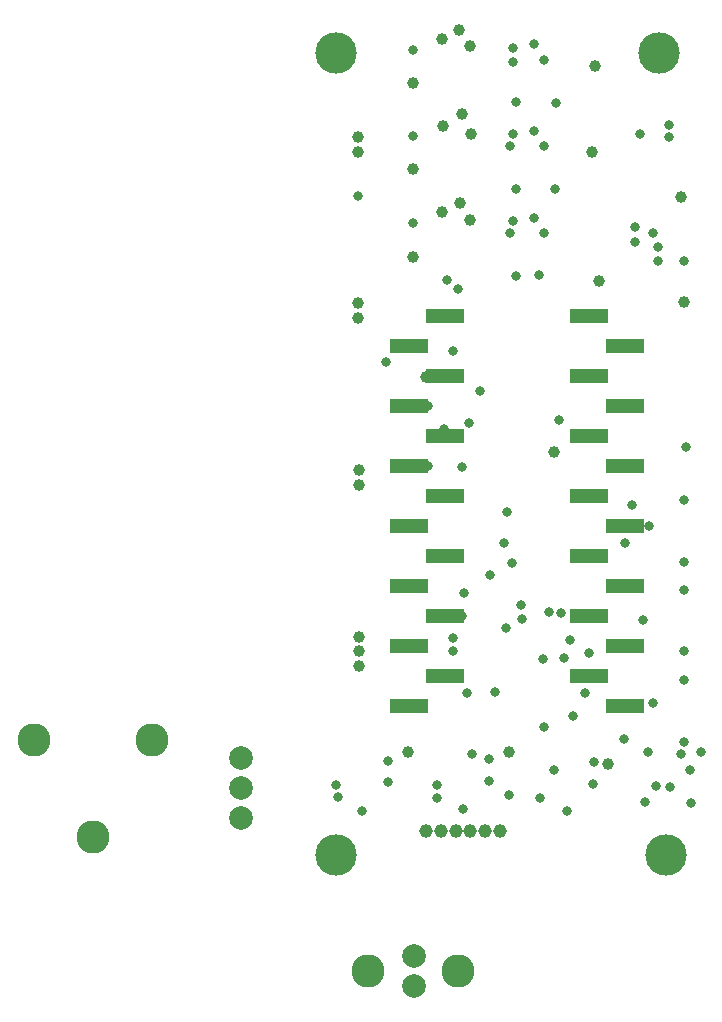
<source format=gbs>
G04 Layer_Color=16711935*
%FSLAX25Y25*%
%MOIN*%
G70*
G01*
G75*
%ADD65C,0.04535*%
%ADD66C,0.11036*%
%ADD67C,0.13800*%
%ADD68C,0.03162*%
%ADD69C,0.03950*%
%ADD70C,0.07887*%
%ADD71R,0.12611X0.04737*%
D65*
X619579Y133300D02*
D03*
X629421D02*
D03*
X609736D02*
D03*
X624500D02*
D03*
X634342D02*
D03*
X614657D02*
D03*
D66*
X498675Y131230D02*
D03*
X518360Y163710D02*
D03*
X478990D02*
D03*
X620472Y86614D02*
D03*
X590551D02*
D03*
D67*
X579800Y392700D02*
D03*
X687500D02*
D03*
X579800Y125200D02*
D03*
X689800D02*
D03*
D68*
X625000Y158800D02*
D03*
X623500Y179100D02*
D03*
X632600Y179700D02*
D03*
X622400Y212400D02*
D03*
X635900Y229300D02*
D03*
X682800Y142800D02*
D03*
X686500Y148100D02*
D03*
X697900Y153500D02*
D03*
X675800Y163900D02*
D03*
X649100Y168000D02*
D03*
X658800Y171600D02*
D03*
X621900Y204800D02*
D03*
X694900Y158800D02*
D03*
X662700Y179200D02*
D03*
X683700Y159400D02*
D03*
X691000Y148000D02*
D03*
X701300Y159600D02*
D03*
X698200Y142700D02*
D03*
X687000Y323100D02*
D03*
X695900D02*
D03*
X687100Y327900D02*
D03*
X685500Y332500D02*
D03*
X580400Y144400D02*
D03*
X579800Y148500D02*
D03*
X588500Y139800D02*
D03*
X637500Y145188D02*
D03*
X605500Y335800D02*
D03*
X638900Y336400D02*
D03*
X605500Y364800D02*
D03*
X637900Y361400D02*
D03*
X638800Y365600D02*
D03*
X605500Y393500D02*
D03*
X638800Y389600D02*
D03*
X638700Y394300D02*
D03*
X637800Y332500D02*
D03*
X684100Y234800D02*
D03*
X682000Y203400D02*
D03*
X641700Y203900D02*
D03*
X654800Y206000D02*
D03*
X641500Y208700D02*
D03*
X657600Y196800D02*
D03*
X665500Y148841D02*
D03*
X630700Y149841D02*
D03*
X648900Y190700D02*
D03*
X655700Y190900D02*
D03*
X685400Y175900D02*
D03*
X695800Y162900D02*
D03*
Y183600D02*
D03*
X695700Y193100D02*
D03*
Y213700D02*
D03*
Y243600D02*
D03*
X695600Y223000D02*
D03*
X650800Y206100D02*
D03*
X636600Y239700D02*
D03*
X621600Y254400D02*
D03*
X627700Y279800D02*
D03*
X681000Y365500D02*
D03*
X587122Y344858D02*
D03*
X610472Y254728D02*
D03*
X624200Y269300D02*
D03*
X615900Y267300D02*
D03*
X639700Y347300D02*
D03*
X639600Y318200D02*
D03*
X647300Y318600D02*
D03*
X639700Y376100D02*
D03*
X597000Y149441D02*
D03*
Y156700D02*
D03*
X630700Y157200D02*
D03*
X665600Y156200D02*
D03*
X596300Y289400D02*
D03*
X618600Y293300D02*
D03*
X654100Y270200D02*
D03*
X648913Y361500D02*
D03*
Y390300D02*
D03*
X645669Y395400D02*
D03*
Y366600D02*
D03*
X652841Y347100D02*
D03*
X690900Y364400D02*
D03*
Y368400D02*
D03*
X618800Y197600D02*
D03*
X618700Y193100D02*
D03*
X638500Y222700D02*
D03*
X696402Y261278D02*
D03*
X616800Y317000D02*
D03*
X620300Y314000D02*
D03*
X679300Y329500D02*
D03*
Y334400D02*
D03*
X648913Y332500D02*
D03*
X645669Y337600D02*
D03*
X653000Y376000D02*
D03*
X676100Y229300D02*
D03*
X613300Y144300D02*
D03*
X613500Y148400D02*
D03*
X647600Y144100D02*
D03*
X652300Y153400D02*
D03*
X622000Y140600D02*
D03*
X656600Y139800D02*
D03*
X610500Y274800D02*
D03*
X631000Y218400D02*
D03*
X636300Y200800D02*
D03*
X664189Y192400D02*
D03*
X678400Y241800D02*
D03*
D69*
X670300Y155600D02*
D03*
X615000Y339400D02*
D03*
X621200Y342700D02*
D03*
X621600Y372100D02*
D03*
X620800Y400100D02*
D03*
X624500Y336900D02*
D03*
X587122Y359621D02*
D03*
Y364543D02*
D03*
X587122Y309121D02*
D03*
Y304200D02*
D03*
X587300Y253542D02*
D03*
Y248621D02*
D03*
X587500Y198043D02*
D03*
Y193121D02*
D03*
Y188200D02*
D03*
X615500Y368300D02*
D03*
X624700Y365700D02*
D03*
X615100Y397300D02*
D03*
X624400Y394900D02*
D03*
X637500Y159400D02*
D03*
X603600Y159600D02*
D03*
X605500Y324400D02*
D03*
Y353800D02*
D03*
Y382500D02*
D03*
X652300Y259500D02*
D03*
X609800Y284700D02*
D03*
X667500Y316600D02*
D03*
X665100Y359500D02*
D03*
X694600Y344600D02*
D03*
X695600Y309400D02*
D03*
X599900Y234900D02*
D03*
X611700Y224700D02*
D03*
X666100Y388200D02*
D03*
D70*
X547932Y157529D02*
D03*
Y147529D02*
D03*
Y137529D02*
D03*
X605862Y91614D02*
D03*
Y81614D02*
D03*
D71*
X664189Y304800D02*
D03*
X676000Y174800D02*
D03*
Y194800D02*
D03*
X664189Y184800D02*
D03*
Y204800D02*
D03*
X676000Y214800D02*
D03*
Y294800D02*
D03*
X664189Y284800D02*
D03*
Y264800D02*
D03*
X676000Y274800D02*
D03*
Y234800D02*
D03*
X664189Y224800D02*
D03*
Y244800D02*
D03*
X676000Y254800D02*
D03*
X616000Y304800D02*
D03*
Y264800D02*
D03*
X604189Y254800D02*
D03*
Y234800D02*
D03*
X616000Y244800D02*
D03*
Y284800D02*
D03*
X604189Y274800D02*
D03*
Y294800D02*
D03*
X616000Y224800D02*
D03*
X604189Y214800D02*
D03*
Y194800D02*
D03*
X616000Y204800D02*
D03*
Y184800D02*
D03*
X604189Y174800D02*
D03*
M02*

</source>
